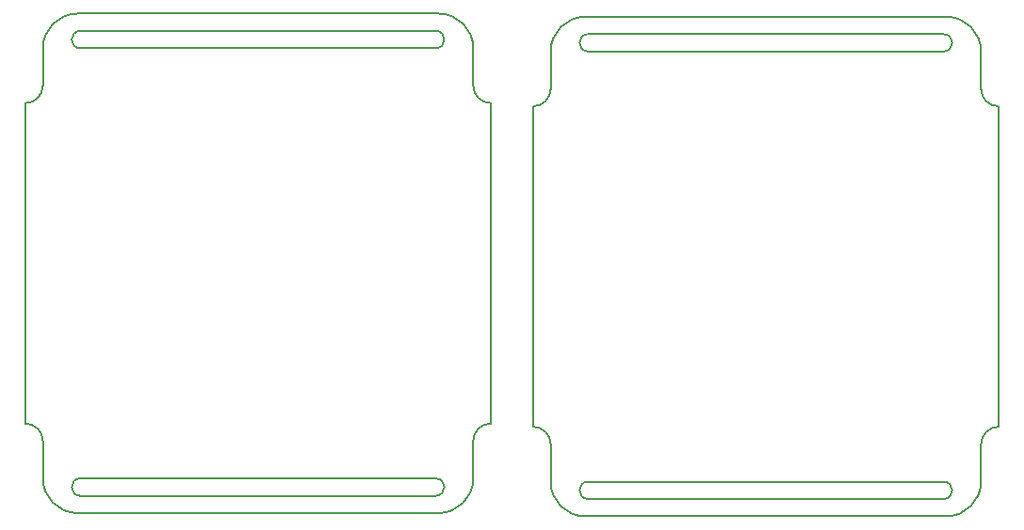
<source format=gbr>
G04 #@! TF.GenerationSoftware,KiCad,Pcbnew,(5.1.2-1)-1*
G04 #@! TF.CreationDate,2019-05-14T19:14:11-07:00*
G04 #@! TF.ProjectId,box,626f782e-6b69-4636-9164-5f7063625858,rev?*
G04 #@! TF.SameCoordinates,Original*
G04 #@! TF.FileFunction,Profile,NP*
%FSLAX46Y46*%
G04 Gerber Fmt 4.6, Leading zero omitted, Abs format (unit mm)*
G04 Created by KiCad (PCBNEW (5.1.2-1)-1) date 2019-05-14 19:14:11*
%MOMM*%
%LPD*%
G04 APERTURE LIST*
%ADD10C,0.200000*%
G04 APERTURE END LIST*
D10*
X145619999Y-93660000D02*
G75*
G02X142499999Y-96780000I-3120000J0D01*
G01*
X106860001Y-58280001D02*
G75*
G02X105300001Y-59840001I-1560000J0D01*
G01*
X105300001Y-88720000D02*
X105300001Y-59840000D01*
X105300001Y-88720000D02*
G75*
G02X106860001Y-90280000I0J-1560000D01*
G01*
X106860001Y-58280000D02*
X106860000Y-54900000D01*
X145620000Y-58280000D02*
X145620000Y-54900000D01*
X142500000Y-51780000D02*
G75*
G02X145620000Y-54900000I0J-3120000D01*
G01*
X142240000Y-95220000D02*
X110240000Y-95220000D01*
X145619999Y-90279999D02*
G75*
G02X147179999Y-88719999I1560000J0D01*
G01*
X110240000Y-95220001D02*
G75*
G02X110240000Y-93659999I0J780001D01*
G01*
X106860000Y-93660000D02*
X106860001Y-90280000D01*
X142240000Y-93660000D02*
G75*
G02X142240000Y-95220000I0J-780000D01*
G01*
X142240000Y-54900000D02*
X110240001Y-54900000D01*
X147179999Y-59840001D02*
G75*
G02X145619999Y-58280001I0J1560000D01*
G01*
X147179999Y-88720000D02*
X147179999Y-59840000D01*
X142240000Y-53340000D02*
G75*
G02X142240000Y-54900000I0J-780000D01*
G01*
X106860001Y-54900000D02*
G75*
G02X109980001Y-51780000I3120000J0D01*
G01*
X142240000Y-93660000D02*
X110240000Y-93660000D01*
X145620000Y-93660000D02*
X145620000Y-90280000D01*
X109980001Y-96780000D02*
G75*
G02X106860001Y-93660000I0J3120000D01*
G01*
X142500000Y-51780000D02*
X109980000Y-51780000D01*
X110240001Y-54900000D02*
G75*
G02X110240001Y-53340000I0J780000D01*
G01*
X142500000Y-96780000D02*
X109980000Y-96780000D01*
X142240000Y-53340000D02*
X110240001Y-53340000D01*
X96520000Y-93370000D02*
X64520000Y-93370000D01*
X64520000Y-94930001D02*
G75*
G02X64520000Y-93369999I0J780001D01*
G01*
X96520000Y-94930000D02*
X64520000Y-94930000D01*
X96520000Y-53050000D02*
G75*
G02X96520000Y-54610000I0J-780000D01*
G01*
X99899999Y-93370000D02*
G75*
G02X96779999Y-96490000I-3120000J0D01*
G01*
X96780000Y-96490000D02*
X64260000Y-96490000D01*
X99899999Y-89989999D02*
G75*
G02X101459999Y-88429999I1560000J0D01*
G01*
X99900000Y-93370000D02*
X99900000Y-89990000D01*
X101459999Y-59550001D02*
G75*
G02X99899999Y-57990001I0J1560000D01*
G01*
X101459999Y-88430000D02*
X101459999Y-59550000D01*
X64260001Y-96490000D02*
G75*
G02X61140001Y-93370000I0J3120000D01*
G01*
X61140000Y-93370000D02*
X61140001Y-89990000D01*
X59580001Y-88430000D02*
G75*
G02X61140001Y-89990000I0J-1560000D01*
G01*
X59580001Y-88430000D02*
X59580001Y-59550000D01*
X61140001Y-57990001D02*
G75*
G02X59580001Y-59550001I-1560000J0D01*
G01*
X61140001Y-57990000D02*
X61140000Y-54610000D01*
X61140001Y-54610000D02*
G75*
G02X64260001Y-51490000I3120000J0D01*
G01*
X96780000Y-51490000D02*
X64260000Y-51490000D01*
X96780000Y-51490000D02*
G75*
G02X99900000Y-54610000I0J-3120000D01*
G01*
X99900000Y-57990000D02*
X99900000Y-54610000D01*
X96520000Y-93370000D02*
G75*
G02X96520000Y-94930000I0J-780000D01*
G01*
X96520000Y-53050000D02*
X64520001Y-53050000D01*
X64520001Y-54610000D02*
G75*
G02X64520001Y-53050000I0J780000D01*
G01*
X96520000Y-54610000D02*
X64520001Y-54610000D01*
M02*

</source>
